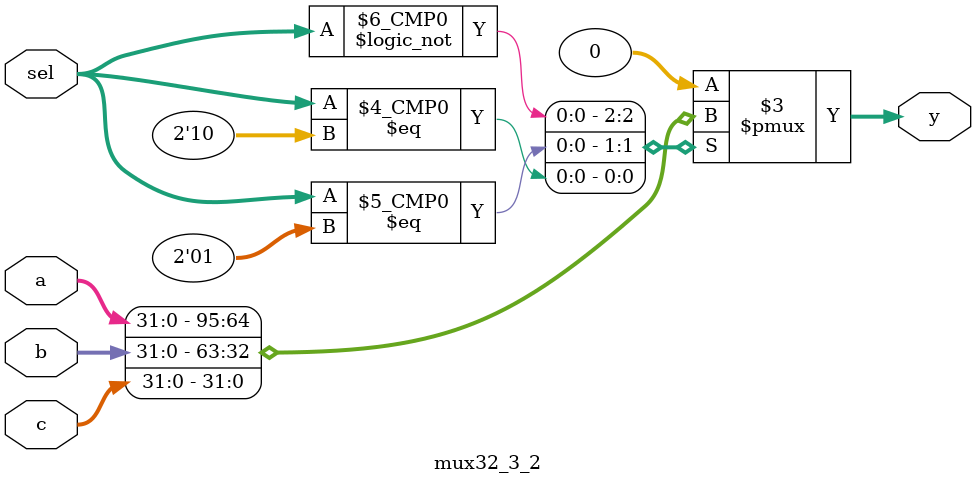
<source format=v>
`timescale 1ns / 1ps
module mux32_3_2(
    input [31:0] a,
    input [31:0] b,
    input [31:0] c,
    input [1:0] sel,
    output reg [31:0] y
    );
	 always @ * begin
		case(sel)
		2'b00:begin
			y = a;
		end
		2'b01:begin
			y = b;
		end
		2'b10:begin
			y = c;
		end
		default:begin
			y = 0;
		end
		endcase
	 end


endmodule

</source>
